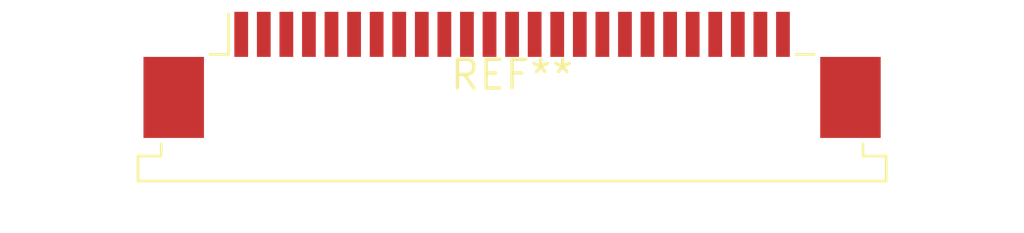
<source format=kicad_pcb>
(kicad_pcb (version 20240108) (generator pcbnew)
  (layers (0 "F.Cu" signal) (31 "B.Cu" signal) (34 "B.Paste" user) (35 "F.Paste" user) (36 "B.SilkS" user "B.Silkscreen") (37 "F.SilkS" user "F.Silkscreen") (38 "B.Mask" user) (39 "F.Mask" user) (44 "Edge.Cuts" user))
  (net 0 "")
  (footprint "TE_2-84953-5_1x25-1MP_P1.0mm_Horizontal" (layer "F.Cu") (at 0 0)
    (property "Reference" "REF**")
    (property "Value" "TE_2-84953-5_1x25-1MP_P1.0mm_Horizontal")
    (fp_line (start -16.57 3.6) (end -15.545 3.6) (layer "F.SilkS") (stroke (width 0.12)))
    (fp_line (start -16.57 4.71) (end -16.57 3.6) (layer "F.SilkS") (stroke (width 0.12)))
    (fp_line (start -15.545 3.6) (end -15.545 3.06) (layer "F.SilkS") (stroke (width 0.12)))
    (fp_line (start -13.39 -0.91) (end -12.565 -0.91) (layer "F.SilkS") (stroke (width 0.12)))
    (fp_line (start -12.565 -0.91) (end -12.565 -2.71) (layer "F.SilkS") (stroke (width 0.12)))
    (fp_line (start 12.565 -0.91) (end 13.39 -0.91) (layer "F.SilkS") (stroke (width 0.12)))
    (fp_line (start 15.545 3.06) (end 15.545 3.6) (layer "F.SilkS") (stroke (width 0.12)))
    (fp_line (start 15.545 3.6) (end 16.57 3.6) (layer "F.SilkS") (stroke (width 0.12)))
    (fp_line (start 16.57 3.6) (end 16.57 4.71) (layer "F.SilkS") (stroke (width 0.12)))
    (fp_line (start 16.57 4.71) (end -16.57 4.71) (layer "F.SilkS") (stroke (width 0.12)))
    (pad "1" smd rect (at -12 -1.8) (size 0.61 2) (layers "F.Cu" "F.Paste" "F.Mask"))
    (pad "2" smd rect (at -11 -1.8) (size 0.61 2) (layers "F.Cu" "F.Paste" "F.Mask"))
    (pad "3" smd rect (at -10 -1.8) (size 0.61 2) (layers "F.Cu" "F.Paste" "F.Mask"))
    (pad "4" smd rect (at -9 -1.8) (size 0.61 2) (layers "F.Cu" "F.Paste" "F.Mask"))
    (pad "5" smd rect (at -8 -1.8) (size 0.61 2) (layers "F.Cu" "F.Paste" "F.Mask"))
    (pad "6" smd rect (at -7 -1.8) (size 0.61 2) (layers "F.Cu" "F.Paste" "F.Mask"))
    (pad "7" smd rect (at -6 -1.8) (size 0.61 2) (layers "F.Cu" "F.Paste" "F.Mask"))
    (pad "8" smd rect (at -5 -1.8) (size 0.61 2) (layers "F.Cu" "F.Paste" "F.Mask"))
    (pad "9" smd rect (at -4 -1.8) (size 0.61 2) (layers "F.Cu" "F.Paste" "F.Mask"))
    (pad "10" smd rect (at -3 -1.8) (size 0.61 2) (layers "F.Cu" "F.Paste" "F.Mask"))
    (pad "11" smd rect (at -2 -1.8) (size 0.61 2) (layers "F.Cu" "F.Paste" "F.Mask"))
    (pad "12" smd rect (at -1 -1.8) (size 0.61 2) (layers "F.Cu" "F.Paste" "F.Mask"))
    (pad "13" smd rect (at 0 -1.8) (size 0.61 2) (layers "F.Cu" "F.Paste" "F.Mask"))
    (pad "14" smd rect (at 1 -1.8) (size 0.61 2) (layers "F.Cu" "F.Paste" "F.Mask"))
    (pad "15" smd rect (at 2 -1.8) (size 0.61 2) (layers "F.Cu" "F.Paste" "F.Mask"))
    (pad "16" smd rect (at 3 -1.8) (size 0.61 2) (layers "F.Cu" "F.Paste" "F.Mask"))
    (pad "17" smd rect (at 4 -1.8) (size 0.61 2) (layers "F.Cu" "F.Paste" "F.Mask"))
    (pad "18" smd rect (at 5 -1.8) (size 0.61 2) (layers "F.Cu" "F.Paste" "F.Mask"))
    (pad "19" smd rect (at 6 -1.8) (size 0.61 2) (layers "F.Cu" "F.Paste" "F.Mask"))
    (pad "20" smd rect (at 7 -1.8) (size 0.61 2) (layers "F.Cu" "F.Paste" "F.Mask"))
    (pad "21" smd rect (at 8 -1.8) (size 0.61 2) (layers "F.Cu" "F.Paste" "F.Mask"))
    (pad "22" smd rect (at 9 -1.8) (size 0.61 2) (layers "F.Cu" "F.Paste" "F.Mask"))
    (pad "23" smd rect (at 10 -1.8) (size 0.61 2) (layers "F.Cu" "F.Paste" "F.Mask"))
    (pad "24" smd rect (at 11 -1.8) (size 0.61 2) (layers "F.Cu" "F.Paste" "F.Mask"))
    (pad "25" smd rect (at 12 -1.8) (size 0.61 2) (layers "F.Cu" "F.Paste" "F.Mask"))
    (pad "MP" smd rect (at -14.99 1) (size 2.68 3.6) (layers "F.Cu" "F.Paste" "F.Mask"))
    (pad "MP" smd rect (at 14.99 1) (size 2.68 3.6) (layers "F.Cu" "F.Paste" "F.Mask"))
  )
)
</source>
